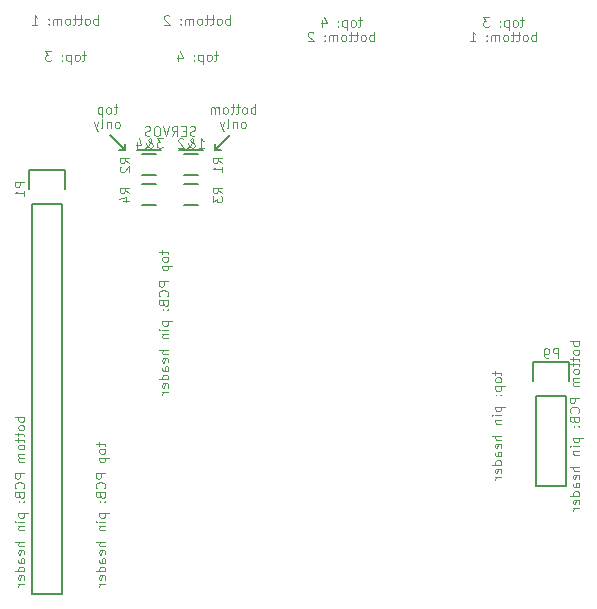
<source format=gbo>
G04 #@! TF.FileFunction,Legend,Bot*
%FSLAX46Y46*%
G04 Gerber Fmt 4.6, Leading zero omitted, Abs format (unit mm)*
G04 Created by KiCad (PCBNEW 4.0.0-2.201512091501+6195~38~ubuntu14.04.1-stable) date Wed 16 Dec 2015 16:04:53 GMT*
%MOMM*%
G01*
G04 APERTURE LIST*
%ADD10C,0.100000*%
%ADD11C,0.120000*%
%ADD12C,0.200000*%
%ADD13C,0.150000*%
G04 APERTURE END LIST*
D10*
D11*
X118592382Y-103968571D02*
X118287620Y-103968571D01*
X118478096Y-103701905D02*
X118478096Y-104387619D01*
X118440001Y-104463810D01*
X118363810Y-104501905D01*
X118287620Y-104501905D01*
X117906667Y-104501905D02*
X117982858Y-104463810D01*
X118020953Y-104425714D01*
X118059048Y-104349524D01*
X118059048Y-104120952D01*
X118020953Y-104044762D01*
X117982858Y-104006667D01*
X117906667Y-103968571D01*
X117792381Y-103968571D01*
X117716191Y-104006667D01*
X117678096Y-104044762D01*
X117640000Y-104120952D01*
X117640000Y-104349524D01*
X117678096Y-104425714D01*
X117716191Y-104463810D01*
X117792381Y-104501905D01*
X117906667Y-104501905D01*
X117297143Y-103968571D02*
X117297143Y-104768571D01*
X117297143Y-104006667D02*
X117220952Y-103968571D01*
X117068571Y-103968571D01*
X116992381Y-104006667D01*
X116954286Y-104044762D01*
X116916190Y-104120952D01*
X116916190Y-104349524D01*
X116954286Y-104425714D01*
X116992381Y-104463810D01*
X117068571Y-104501905D01*
X117220952Y-104501905D01*
X117297143Y-104463810D01*
X116573333Y-104425714D02*
X116535238Y-104463810D01*
X116573333Y-104501905D01*
X116611428Y-104463810D01*
X116573333Y-104425714D01*
X116573333Y-104501905D01*
X116573333Y-104006667D02*
X116535238Y-104044762D01*
X116573333Y-104082857D01*
X116611428Y-104044762D01*
X116573333Y-104006667D01*
X116573333Y-104082857D01*
X115240000Y-103968571D02*
X115240000Y-104501905D01*
X115430476Y-103663810D02*
X115620952Y-104235238D01*
X115125714Y-104235238D01*
X119601906Y-101453905D02*
X119601906Y-100653905D01*
X119601906Y-100958667D02*
X119525715Y-100920571D01*
X119373334Y-100920571D01*
X119297144Y-100958667D01*
X119259049Y-100996762D01*
X119220953Y-101072952D01*
X119220953Y-101301524D01*
X119259049Y-101377714D01*
X119297144Y-101415810D01*
X119373334Y-101453905D01*
X119525715Y-101453905D01*
X119601906Y-101415810D01*
X118763810Y-101453905D02*
X118840001Y-101415810D01*
X118878096Y-101377714D01*
X118916191Y-101301524D01*
X118916191Y-101072952D01*
X118878096Y-100996762D01*
X118840001Y-100958667D01*
X118763810Y-100920571D01*
X118649524Y-100920571D01*
X118573334Y-100958667D01*
X118535239Y-100996762D01*
X118497143Y-101072952D01*
X118497143Y-101301524D01*
X118535239Y-101377714D01*
X118573334Y-101415810D01*
X118649524Y-101453905D01*
X118763810Y-101453905D01*
X118268572Y-100920571D02*
X117963810Y-100920571D01*
X118154286Y-100653905D02*
X118154286Y-101339619D01*
X118116191Y-101415810D01*
X118040000Y-101453905D01*
X117963810Y-101453905D01*
X117811429Y-100920571D02*
X117506667Y-100920571D01*
X117697143Y-100653905D02*
X117697143Y-101339619D01*
X117659048Y-101415810D01*
X117582857Y-101453905D01*
X117506667Y-101453905D01*
X117125714Y-101453905D02*
X117201905Y-101415810D01*
X117240000Y-101377714D01*
X117278095Y-101301524D01*
X117278095Y-101072952D01*
X117240000Y-100996762D01*
X117201905Y-100958667D01*
X117125714Y-100920571D01*
X117011428Y-100920571D01*
X116935238Y-100958667D01*
X116897143Y-100996762D01*
X116859047Y-101072952D01*
X116859047Y-101301524D01*
X116897143Y-101377714D01*
X116935238Y-101415810D01*
X117011428Y-101453905D01*
X117125714Y-101453905D01*
X116516190Y-101453905D02*
X116516190Y-100920571D01*
X116516190Y-100996762D02*
X116478095Y-100958667D01*
X116401904Y-100920571D01*
X116287618Y-100920571D01*
X116211428Y-100958667D01*
X116173333Y-101034857D01*
X116173333Y-101453905D01*
X116173333Y-101034857D02*
X116135237Y-100958667D01*
X116059047Y-100920571D01*
X115944761Y-100920571D01*
X115868571Y-100958667D01*
X115830476Y-101034857D01*
X115830476Y-101453905D01*
X115449523Y-101377714D02*
X115411428Y-101415810D01*
X115449523Y-101453905D01*
X115487618Y-101415810D01*
X115449523Y-101377714D01*
X115449523Y-101453905D01*
X115449523Y-100958667D02*
X115411428Y-100996762D01*
X115449523Y-101034857D01*
X115487618Y-100996762D01*
X115449523Y-100958667D01*
X115449523Y-101034857D01*
X114497142Y-100730095D02*
X114459047Y-100692000D01*
X114382856Y-100653905D01*
X114192380Y-100653905D01*
X114116190Y-100692000D01*
X114078094Y-100730095D01*
X114039999Y-100806286D01*
X114039999Y-100882476D01*
X114078094Y-100996762D01*
X114535237Y-101453905D01*
X114039999Y-101453905D01*
X107416382Y-103968571D02*
X107111620Y-103968571D01*
X107302096Y-103701905D02*
X107302096Y-104387619D01*
X107264001Y-104463810D01*
X107187810Y-104501905D01*
X107111620Y-104501905D01*
X106730667Y-104501905D02*
X106806858Y-104463810D01*
X106844953Y-104425714D01*
X106883048Y-104349524D01*
X106883048Y-104120952D01*
X106844953Y-104044762D01*
X106806858Y-104006667D01*
X106730667Y-103968571D01*
X106616381Y-103968571D01*
X106540191Y-104006667D01*
X106502096Y-104044762D01*
X106464000Y-104120952D01*
X106464000Y-104349524D01*
X106502096Y-104425714D01*
X106540191Y-104463810D01*
X106616381Y-104501905D01*
X106730667Y-104501905D01*
X106121143Y-103968571D02*
X106121143Y-104768571D01*
X106121143Y-104006667D02*
X106044952Y-103968571D01*
X105892571Y-103968571D01*
X105816381Y-104006667D01*
X105778286Y-104044762D01*
X105740190Y-104120952D01*
X105740190Y-104349524D01*
X105778286Y-104425714D01*
X105816381Y-104463810D01*
X105892571Y-104501905D01*
X106044952Y-104501905D01*
X106121143Y-104463810D01*
X105397333Y-104425714D02*
X105359238Y-104463810D01*
X105397333Y-104501905D01*
X105435428Y-104463810D01*
X105397333Y-104425714D01*
X105397333Y-104501905D01*
X105397333Y-104006667D02*
X105359238Y-104044762D01*
X105397333Y-104082857D01*
X105435428Y-104044762D01*
X105397333Y-104006667D01*
X105397333Y-104082857D01*
X104483047Y-103701905D02*
X103987809Y-103701905D01*
X104254476Y-104006667D01*
X104140190Y-104006667D01*
X104064000Y-104044762D01*
X104025904Y-104082857D01*
X103987809Y-104159048D01*
X103987809Y-104349524D01*
X104025904Y-104425714D01*
X104064000Y-104463810D01*
X104140190Y-104501905D01*
X104368762Y-104501905D01*
X104444952Y-104463810D01*
X104483047Y-104425714D01*
X108425906Y-101453905D02*
X108425906Y-100653905D01*
X108425906Y-100958667D02*
X108349715Y-100920571D01*
X108197334Y-100920571D01*
X108121144Y-100958667D01*
X108083049Y-100996762D01*
X108044953Y-101072952D01*
X108044953Y-101301524D01*
X108083049Y-101377714D01*
X108121144Y-101415810D01*
X108197334Y-101453905D01*
X108349715Y-101453905D01*
X108425906Y-101415810D01*
X107587810Y-101453905D02*
X107664001Y-101415810D01*
X107702096Y-101377714D01*
X107740191Y-101301524D01*
X107740191Y-101072952D01*
X107702096Y-100996762D01*
X107664001Y-100958667D01*
X107587810Y-100920571D01*
X107473524Y-100920571D01*
X107397334Y-100958667D01*
X107359239Y-100996762D01*
X107321143Y-101072952D01*
X107321143Y-101301524D01*
X107359239Y-101377714D01*
X107397334Y-101415810D01*
X107473524Y-101453905D01*
X107587810Y-101453905D01*
X107092572Y-100920571D02*
X106787810Y-100920571D01*
X106978286Y-100653905D02*
X106978286Y-101339619D01*
X106940191Y-101415810D01*
X106864000Y-101453905D01*
X106787810Y-101453905D01*
X106635429Y-100920571D02*
X106330667Y-100920571D01*
X106521143Y-100653905D02*
X106521143Y-101339619D01*
X106483048Y-101415810D01*
X106406857Y-101453905D01*
X106330667Y-101453905D01*
X105949714Y-101453905D02*
X106025905Y-101415810D01*
X106064000Y-101377714D01*
X106102095Y-101301524D01*
X106102095Y-101072952D01*
X106064000Y-100996762D01*
X106025905Y-100958667D01*
X105949714Y-100920571D01*
X105835428Y-100920571D01*
X105759238Y-100958667D01*
X105721143Y-100996762D01*
X105683047Y-101072952D01*
X105683047Y-101301524D01*
X105721143Y-101377714D01*
X105759238Y-101415810D01*
X105835428Y-101453905D01*
X105949714Y-101453905D01*
X105340190Y-101453905D02*
X105340190Y-100920571D01*
X105340190Y-100996762D02*
X105302095Y-100958667D01*
X105225904Y-100920571D01*
X105111618Y-100920571D01*
X105035428Y-100958667D01*
X104997333Y-101034857D01*
X104997333Y-101453905D01*
X104997333Y-101034857D02*
X104959237Y-100958667D01*
X104883047Y-100920571D01*
X104768761Y-100920571D01*
X104692571Y-100958667D01*
X104654476Y-101034857D01*
X104654476Y-101453905D01*
X104273523Y-101377714D02*
X104235428Y-101415810D01*
X104273523Y-101453905D01*
X104311618Y-101415810D01*
X104273523Y-101377714D01*
X104273523Y-101453905D01*
X104273523Y-100958667D02*
X104235428Y-100996762D01*
X104273523Y-101034857D01*
X104311618Y-100996762D01*
X104273523Y-100958667D01*
X104273523Y-101034857D01*
X102863999Y-101453905D02*
X103321142Y-101453905D01*
X103092571Y-101453905D02*
X103092571Y-100653905D01*
X103168761Y-100768190D01*
X103244952Y-100844381D01*
X103321142Y-100882476D01*
X144500382Y-101062571D02*
X144195620Y-101062571D01*
X144386096Y-100795905D02*
X144386096Y-101481619D01*
X144348001Y-101557810D01*
X144271810Y-101595905D01*
X144195620Y-101595905D01*
X143814667Y-101595905D02*
X143890858Y-101557810D01*
X143928953Y-101519714D01*
X143967048Y-101443524D01*
X143967048Y-101214952D01*
X143928953Y-101138762D01*
X143890858Y-101100667D01*
X143814667Y-101062571D01*
X143700381Y-101062571D01*
X143624191Y-101100667D01*
X143586096Y-101138762D01*
X143548000Y-101214952D01*
X143548000Y-101443524D01*
X143586096Y-101519714D01*
X143624191Y-101557810D01*
X143700381Y-101595905D01*
X143814667Y-101595905D01*
X143205143Y-101062571D02*
X143205143Y-101862571D01*
X143205143Y-101100667D02*
X143128952Y-101062571D01*
X142976571Y-101062571D01*
X142900381Y-101100667D01*
X142862286Y-101138762D01*
X142824190Y-101214952D01*
X142824190Y-101443524D01*
X142862286Y-101519714D01*
X142900381Y-101557810D01*
X142976571Y-101595905D01*
X143128952Y-101595905D01*
X143205143Y-101557810D01*
X142481333Y-101519714D02*
X142443238Y-101557810D01*
X142481333Y-101595905D01*
X142519428Y-101557810D01*
X142481333Y-101519714D01*
X142481333Y-101595905D01*
X142481333Y-101100667D02*
X142443238Y-101138762D01*
X142481333Y-101176857D01*
X142519428Y-101138762D01*
X142481333Y-101100667D01*
X142481333Y-101176857D01*
X141567047Y-100795905D02*
X141071809Y-100795905D01*
X141338476Y-101100667D01*
X141224190Y-101100667D01*
X141148000Y-101138762D01*
X141109904Y-101176857D01*
X141071809Y-101253048D01*
X141071809Y-101443524D01*
X141109904Y-101519714D01*
X141148000Y-101557810D01*
X141224190Y-101595905D01*
X141452762Y-101595905D01*
X141528952Y-101557810D01*
X141567047Y-101519714D01*
X145509906Y-102835905D02*
X145509906Y-102035905D01*
X145509906Y-102340667D02*
X145433715Y-102302571D01*
X145281334Y-102302571D01*
X145205144Y-102340667D01*
X145167049Y-102378762D01*
X145128953Y-102454952D01*
X145128953Y-102683524D01*
X145167049Y-102759714D01*
X145205144Y-102797810D01*
X145281334Y-102835905D01*
X145433715Y-102835905D01*
X145509906Y-102797810D01*
X144671810Y-102835905D02*
X144748001Y-102797810D01*
X144786096Y-102759714D01*
X144824191Y-102683524D01*
X144824191Y-102454952D01*
X144786096Y-102378762D01*
X144748001Y-102340667D01*
X144671810Y-102302571D01*
X144557524Y-102302571D01*
X144481334Y-102340667D01*
X144443239Y-102378762D01*
X144405143Y-102454952D01*
X144405143Y-102683524D01*
X144443239Y-102759714D01*
X144481334Y-102797810D01*
X144557524Y-102835905D01*
X144671810Y-102835905D01*
X144176572Y-102302571D02*
X143871810Y-102302571D01*
X144062286Y-102035905D02*
X144062286Y-102721619D01*
X144024191Y-102797810D01*
X143948000Y-102835905D01*
X143871810Y-102835905D01*
X143719429Y-102302571D02*
X143414667Y-102302571D01*
X143605143Y-102035905D02*
X143605143Y-102721619D01*
X143567048Y-102797810D01*
X143490857Y-102835905D01*
X143414667Y-102835905D01*
X143033714Y-102835905D02*
X143109905Y-102797810D01*
X143148000Y-102759714D01*
X143186095Y-102683524D01*
X143186095Y-102454952D01*
X143148000Y-102378762D01*
X143109905Y-102340667D01*
X143033714Y-102302571D01*
X142919428Y-102302571D01*
X142843238Y-102340667D01*
X142805143Y-102378762D01*
X142767047Y-102454952D01*
X142767047Y-102683524D01*
X142805143Y-102759714D01*
X142843238Y-102797810D01*
X142919428Y-102835905D01*
X143033714Y-102835905D01*
X142424190Y-102835905D02*
X142424190Y-102302571D01*
X142424190Y-102378762D02*
X142386095Y-102340667D01*
X142309904Y-102302571D01*
X142195618Y-102302571D01*
X142119428Y-102340667D01*
X142081333Y-102416857D01*
X142081333Y-102835905D01*
X142081333Y-102416857D02*
X142043237Y-102340667D01*
X141967047Y-102302571D01*
X141852761Y-102302571D01*
X141776571Y-102340667D01*
X141738476Y-102416857D01*
X141738476Y-102835905D01*
X141357523Y-102759714D02*
X141319428Y-102797810D01*
X141357523Y-102835905D01*
X141395618Y-102797810D01*
X141357523Y-102759714D01*
X141357523Y-102835905D01*
X141357523Y-102340667D02*
X141319428Y-102378762D01*
X141357523Y-102416857D01*
X141395618Y-102378762D01*
X141357523Y-102340667D01*
X141357523Y-102416857D01*
X139947999Y-102835905D02*
X140405142Y-102835905D01*
X140176571Y-102835905D02*
X140176571Y-102035905D01*
X140252761Y-102150190D01*
X140328952Y-102226381D01*
X140405142Y-102264476D01*
X130784382Y-101062571D02*
X130479620Y-101062571D01*
X130670096Y-100795905D02*
X130670096Y-101481619D01*
X130632001Y-101557810D01*
X130555810Y-101595905D01*
X130479620Y-101595905D01*
X130098667Y-101595905D02*
X130174858Y-101557810D01*
X130212953Y-101519714D01*
X130251048Y-101443524D01*
X130251048Y-101214952D01*
X130212953Y-101138762D01*
X130174858Y-101100667D01*
X130098667Y-101062571D01*
X129984381Y-101062571D01*
X129908191Y-101100667D01*
X129870096Y-101138762D01*
X129832000Y-101214952D01*
X129832000Y-101443524D01*
X129870096Y-101519714D01*
X129908191Y-101557810D01*
X129984381Y-101595905D01*
X130098667Y-101595905D01*
X129489143Y-101062571D02*
X129489143Y-101862571D01*
X129489143Y-101100667D02*
X129412952Y-101062571D01*
X129260571Y-101062571D01*
X129184381Y-101100667D01*
X129146286Y-101138762D01*
X129108190Y-101214952D01*
X129108190Y-101443524D01*
X129146286Y-101519714D01*
X129184381Y-101557810D01*
X129260571Y-101595905D01*
X129412952Y-101595905D01*
X129489143Y-101557810D01*
X128765333Y-101519714D02*
X128727238Y-101557810D01*
X128765333Y-101595905D01*
X128803428Y-101557810D01*
X128765333Y-101519714D01*
X128765333Y-101595905D01*
X128765333Y-101100667D02*
X128727238Y-101138762D01*
X128765333Y-101176857D01*
X128803428Y-101138762D01*
X128765333Y-101100667D01*
X128765333Y-101176857D01*
X127432000Y-101062571D02*
X127432000Y-101595905D01*
X127622476Y-100757810D02*
X127812952Y-101329238D01*
X127317714Y-101329238D01*
X131793906Y-102835905D02*
X131793906Y-102035905D01*
X131793906Y-102340667D02*
X131717715Y-102302571D01*
X131565334Y-102302571D01*
X131489144Y-102340667D01*
X131451049Y-102378762D01*
X131412953Y-102454952D01*
X131412953Y-102683524D01*
X131451049Y-102759714D01*
X131489144Y-102797810D01*
X131565334Y-102835905D01*
X131717715Y-102835905D01*
X131793906Y-102797810D01*
X130955810Y-102835905D02*
X131032001Y-102797810D01*
X131070096Y-102759714D01*
X131108191Y-102683524D01*
X131108191Y-102454952D01*
X131070096Y-102378762D01*
X131032001Y-102340667D01*
X130955810Y-102302571D01*
X130841524Y-102302571D01*
X130765334Y-102340667D01*
X130727239Y-102378762D01*
X130689143Y-102454952D01*
X130689143Y-102683524D01*
X130727239Y-102759714D01*
X130765334Y-102797810D01*
X130841524Y-102835905D01*
X130955810Y-102835905D01*
X130460572Y-102302571D02*
X130155810Y-102302571D01*
X130346286Y-102035905D02*
X130346286Y-102721619D01*
X130308191Y-102797810D01*
X130232000Y-102835905D01*
X130155810Y-102835905D01*
X130003429Y-102302571D02*
X129698667Y-102302571D01*
X129889143Y-102035905D02*
X129889143Y-102721619D01*
X129851048Y-102797810D01*
X129774857Y-102835905D01*
X129698667Y-102835905D01*
X129317714Y-102835905D02*
X129393905Y-102797810D01*
X129432000Y-102759714D01*
X129470095Y-102683524D01*
X129470095Y-102454952D01*
X129432000Y-102378762D01*
X129393905Y-102340667D01*
X129317714Y-102302571D01*
X129203428Y-102302571D01*
X129127238Y-102340667D01*
X129089143Y-102378762D01*
X129051047Y-102454952D01*
X129051047Y-102683524D01*
X129089143Y-102759714D01*
X129127238Y-102797810D01*
X129203428Y-102835905D01*
X129317714Y-102835905D01*
X128708190Y-102835905D02*
X128708190Y-102302571D01*
X128708190Y-102378762D02*
X128670095Y-102340667D01*
X128593904Y-102302571D01*
X128479618Y-102302571D01*
X128403428Y-102340667D01*
X128365333Y-102416857D01*
X128365333Y-102835905D01*
X128365333Y-102416857D02*
X128327237Y-102340667D01*
X128251047Y-102302571D01*
X128136761Y-102302571D01*
X128060571Y-102340667D01*
X128022476Y-102416857D01*
X128022476Y-102835905D01*
X127641523Y-102759714D02*
X127603428Y-102797810D01*
X127641523Y-102835905D01*
X127679618Y-102797810D01*
X127641523Y-102759714D01*
X127641523Y-102835905D01*
X127641523Y-102340667D02*
X127603428Y-102378762D01*
X127641523Y-102416857D01*
X127679618Y-102378762D01*
X127641523Y-102340667D01*
X127641523Y-102416857D01*
X126689142Y-102112095D02*
X126651047Y-102074000D01*
X126574856Y-102035905D01*
X126384380Y-102035905D01*
X126308190Y-102074000D01*
X126270094Y-102112095D01*
X126231999Y-102188286D01*
X126231999Y-102264476D01*
X126270094Y-102378762D01*
X126727237Y-102835905D01*
X126231999Y-102835905D01*
X142068571Y-130772475D02*
X142068571Y-131077237D01*
X141801905Y-130886761D02*
X142487619Y-130886761D01*
X142563810Y-130924856D01*
X142601905Y-131001047D01*
X142601905Y-131077237D01*
X142601905Y-131458190D02*
X142563810Y-131381999D01*
X142525714Y-131343904D01*
X142449524Y-131305809D01*
X142220952Y-131305809D01*
X142144762Y-131343904D01*
X142106667Y-131381999D01*
X142068571Y-131458190D01*
X142068571Y-131572476D01*
X142106667Y-131648666D01*
X142144762Y-131686761D01*
X142220952Y-131724857D01*
X142449524Y-131724857D01*
X142525714Y-131686761D01*
X142563810Y-131648666D01*
X142601905Y-131572476D01*
X142601905Y-131458190D01*
X142068571Y-132067714D02*
X142868571Y-132067714D01*
X142106667Y-132067714D02*
X142068571Y-132143905D01*
X142068571Y-132296286D01*
X142106667Y-132372476D01*
X142144762Y-132410571D01*
X142220952Y-132448667D01*
X142449524Y-132448667D01*
X142525714Y-132410571D01*
X142563810Y-132372476D01*
X142601905Y-132296286D01*
X142601905Y-132143905D01*
X142563810Y-132067714D01*
X142525714Y-132791524D02*
X142563810Y-132829619D01*
X142601905Y-132791524D01*
X142563810Y-132753429D01*
X142525714Y-132791524D01*
X142601905Y-132791524D01*
X142106667Y-132791524D02*
X142144762Y-132829619D01*
X142182857Y-132791524D01*
X142144762Y-132753429D01*
X142106667Y-132791524D01*
X142182857Y-132791524D01*
X142068571Y-133782000D02*
X142868571Y-133782000D01*
X142106667Y-133782000D02*
X142068571Y-133858191D01*
X142068571Y-134010572D01*
X142106667Y-134086762D01*
X142144762Y-134124857D01*
X142220952Y-134162953D01*
X142449524Y-134162953D01*
X142525714Y-134124857D01*
X142563810Y-134086762D01*
X142601905Y-134010572D01*
X142601905Y-133858191D01*
X142563810Y-133782000D01*
X142601905Y-134505810D02*
X142068571Y-134505810D01*
X141801905Y-134505810D02*
X141840000Y-134467715D01*
X141878095Y-134505810D01*
X141840000Y-134543905D01*
X141801905Y-134505810D01*
X141878095Y-134505810D01*
X142068571Y-134886762D02*
X142601905Y-134886762D01*
X142144762Y-134886762D02*
X142106667Y-134924857D01*
X142068571Y-135001048D01*
X142068571Y-135115334D01*
X142106667Y-135191524D01*
X142182857Y-135229619D01*
X142601905Y-135229619D01*
X142601905Y-136220096D02*
X141801905Y-136220096D01*
X142601905Y-136562953D02*
X142182857Y-136562953D01*
X142106667Y-136524858D01*
X142068571Y-136448668D01*
X142068571Y-136334382D01*
X142106667Y-136258191D01*
X142144762Y-136220096D01*
X142563810Y-137248668D02*
X142601905Y-137172478D01*
X142601905Y-137020097D01*
X142563810Y-136943906D01*
X142487619Y-136905811D01*
X142182857Y-136905811D01*
X142106667Y-136943906D01*
X142068571Y-137020097D01*
X142068571Y-137172478D01*
X142106667Y-137248668D01*
X142182857Y-137286763D01*
X142259048Y-137286763D01*
X142335238Y-136905811D01*
X142601905Y-137972477D02*
X142182857Y-137972477D01*
X142106667Y-137934382D01*
X142068571Y-137858192D01*
X142068571Y-137705811D01*
X142106667Y-137629620D01*
X142563810Y-137972477D02*
X142601905Y-137896287D01*
X142601905Y-137705811D01*
X142563810Y-137629620D01*
X142487619Y-137591525D01*
X142411429Y-137591525D01*
X142335238Y-137629620D01*
X142297143Y-137705811D01*
X142297143Y-137896287D01*
X142259048Y-137972477D01*
X142601905Y-138696287D02*
X141801905Y-138696287D01*
X142563810Y-138696287D02*
X142601905Y-138620097D01*
X142601905Y-138467716D01*
X142563810Y-138391525D01*
X142525714Y-138353430D01*
X142449524Y-138315335D01*
X142220952Y-138315335D01*
X142144762Y-138353430D01*
X142106667Y-138391525D01*
X142068571Y-138467716D01*
X142068571Y-138620097D01*
X142106667Y-138696287D01*
X142563810Y-139382002D02*
X142601905Y-139305812D01*
X142601905Y-139153431D01*
X142563810Y-139077240D01*
X142487619Y-139039145D01*
X142182857Y-139039145D01*
X142106667Y-139077240D01*
X142068571Y-139153431D01*
X142068571Y-139305812D01*
X142106667Y-139382002D01*
X142182857Y-139420097D01*
X142259048Y-139420097D01*
X142335238Y-139039145D01*
X142601905Y-139762954D02*
X142068571Y-139762954D01*
X142220952Y-139762954D02*
X142144762Y-139801049D01*
X142106667Y-139839145D01*
X142068571Y-139915335D01*
X142068571Y-139991526D01*
X149205905Y-128258189D02*
X148405905Y-128258189D01*
X148710667Y-128258189D02*
X148672571Y-128334380D01*
X148672571Y-128486761D01*
X148710667Y-128562951D01*
X148748762Y-128601046D01*
X148824952Y-128639142D01*
X149053524Y-128639142D01*
X149129714Y-128601046D01*
X149167810Y-128562951D01*
X149205905Y-128486761D01*
X149205905Y-128334380D01*
X149167810Y-128258189D01*
X149205905Y-129096285D02*
X149167810Y-129020094D01*
X149129714Y-128981999D01*
X149053524Y-128943904D01*
X148824952Y-128943904D01*
X148748762Y-128981999D01*
X148710667Y-129020094D01*
X148672571Y-129096285D01*
X148672571Y-129210571D01*
X148710667Y-129286761D01*
X148748762Y-129324856D01*
X148824952Y-129362952D01*
X149053524Y-129362952D01*
X149129714Y-129324856D01*
X149167810Y-129286761D01*
X149205905Y-129210571D01*
X149205905Y-129096285D01*
X148672571Y-129591523D02*
X148672571Y-129896285D01*
X148405905Y-129705809D02*
X149091619Y-129705809D01*
X149167810Y-129743904D01*
X149205905Y-129820095D01*
X149205905Y-129896285D01*
X148672571Y-130048666D02*
X148672571Y-130353428D01*
X148405905Y-130162952D02*
X149091619Y-130162952D01*
X149167810Y-130201047D01*
X149205905Y-130277238D01*
X149205905Y-130353428D01*
X149205905Y-130734381D02*
X149167810Y-130658190D01*
X149129714Y-130620095D01*
X149053524Y-130582000D01*
X148824952Y-130582000D01*
X148748762Y-130620095D01*
X148710667Y-130658190D01*
X148672571Y-130734381D01*
X148672571Y-130848667D01*
X148710667Y-130924857D01*
X148748762Y-130962952D01*
X148824952Y-131001048D01*
X149053524Y-131001048D01*
X149129714Y-130962952D01*
X149167810Y-130924857D01*
X149205905Y-130848667D01*
X149205905Y-130734381D01*
X149205905Y-131343905D02*
X148672571Y-131343905D01*
X148748762Y-131343905D02*
X148710667Y-131382000D01*
X148672571Y-131458191D01*
X148672571Y-131572477D01*
X148710667Y-131648667D01*
X148786857Y-131686762D01*
X149205905Y-131686762D01*
X148786857Y-131686762D02*
X148710667Y-131724858D01*
X148672571Y-131801048D01*
X148672571Y-131915334D01*
X148710667Y-131991524D01*
X148786857Y-132029619D01*
X149205905Y-132029619D01*
X149205905Y-133020096D02*
X148405905Y-133020096D01*
X148405905Y-133324858D01*
X148444000Y-133401049D01*
X148482095Y-133439144D01*
X148558286Y-133477239D01*
X148672571Y-133477239D01*
X148748762Y-133439144D01*
X148786857Y-133401049D01*
X148824952Y-133324858D01*
X148824952Y-133020096D01*
X149129714Y-134277239D02*
X149167810Y-134239144D01*
X149205905Y-134124858D01*
X149205905Y-134048668D01*
X149167810Y-133934382D01*
X149091619Y-133858191D01*
X149015429Y-133820096D01*
X148863048Y-133782001D01*
X148748762Y-133782001D01*
X148596381Y-133820096D01*
X148520190Y-133858191D01*
X148444000Y-133934382D01*
X148405905Y-134048668D01*
X148405905Y-134124858D01*
X148444000Y-134239144D01*
X148482095Y-134277239D01*
X148786857Y-134886763D02*
X148824952Y-135001049D01*
X148863048Y-135039144D01*
X148939238Y-135077239D01*
X149053524Y-135077239D01*
X149129714Y-135039144D01*
X149167810Y-135001049D01*
X149205905Y-134924858D01*
X149205905Y-134620096D01*
X148405905Y-134620096D01*
X148405905Y-134886763D01*
X148444000Y-134962953D01*
X148482095Y-135001049D01*
X148558286Y-135039144D01*
X148634476Y-135039144D01*
X148710667Y-135001049D01*
X148748762Y-134962953D01*
X148786857Y-134886763D01*
X148786857Y-134620096D01*
X149129714Y-135420096D02*
X149167810Y-135458191D01*
X149205905Y-135420096D01*
X149167810Y-135382001D01*
X149129714Y-135420096D01*
X149205905Y-135420096D01*
X148710667Y-135420096D02*
X148748762Y-135458191D01*
X148786857Y-135420096D01*
X148748762Y-135382001D01*
X148710667Y-135420096D01*
X148786857Y-135420096D01*
X148672571Y-136410572D02*
X149472571Y-136410572D01*
X148710667Y-136410572D02*
X148672571Y-136486763D01*
X148672571Y-136639144D01*
X148710667Y-136715334D01*
X148748762Y-136753429D01*
X148824952Y-136791525D01*
X149053524Y-136791525D01*
X149129714Y-136753429D01*
X149167810Y-136715334D01*
X149205905Y-136639144D01*
X149205905Y-136486763D01*
X149167810Y-136410572D01*
X149205905Y-137134382D02*
X148672571Y-137134382D01*
X148405905Y-137134382D02*
X148444000Y-137096287D01*
X148482095Y-137134382D01*
X148444000Y-137172477D01*
X148405905Y-137134382D01*
X148482095Y-137134382D01*
X148672571Y-137515334D02*
X149205905Y-137515334D01*
X148748762Y-137515334D02*
X148710667Y-137553429D01*
X148672571Y-137629620D01*
X148672571Y-137743906D01*
X148710667Y-137820096D01*
X148786857Y-137858191D01*
X149205905Y-137858191D01*
X149205905Y-138848668D02*
X148405905Y-138848668D01*
X149205905Y-139191525D02*
X148786857Y-139191525D01*
X148710667Y-139153430D01*
X148672571Y-139077240D01*
X148672571Y-138962954D01*
X148710667Y-138886763D01*
X148748762Y-138848668D01*
X149167810Y-139877240D02*
X149205905Y-139801050D01*
X149205905Y-139648669D01*
X149167810Y-139572478D01*
X149091619Y-139534383D01*
X148786857Y-139534383D01*
X148710667Y-139572478D01*
X148672571Y-139648669D01*
X148672571Y-139801050D01*
X148710667Y-139877240D01*
X148786857Y-139915335D01*
X148863048Y-139915335D01*
X148939238Y-139534383D01*
X149205905Y-140601049D02*
X148786857Y-140601049D01*
X148710667Y-140562954D01*
X148672571Y-140486764D01*
X148672571Y-140334383D01*
X148710667Y-140258192D01*
X149167810Y-140601049D02*
X149205905Y-140524859D01*
X149205905Y-140334383D01*
X149167810Y-140258192D01*
X149091619Y-140220097D01*
X149015429Y-140220097D01*
X148939238Y-140258192D01*
X148901143Y-140334383D01*
X148901143Y-140524859D01*
X148863048Y-140601049D01*
X149205905Y-141324859D02*
X148405905Y-141324859D01*
X149167810Y-141324859D02*
X149205905Y-141248669D01*
X149205905Y-141096288D01*
X149167810Y-141020097D01*
X149129714Y-140982002D01*
X149053524Y-140943907D01*
X148824952Y-140943907D01*
X148748762Y-140982002D01*
X148710667Y-141020097D01*
X148672571Y-141096288D01*
X148672571Y-141248669D01*
X148710667Y-141324859D01*
X149167810Y-142010574D02*
X149205905Y-141934384D01*
X149205905Y-141782003D01*
X149167810Y-141705812D01*
X149091619Y-141667717D01*
X148786857Y-141667717D01*
X148710667Y-141705812D01*
X148672571Y-141782003D01*
X148672571Y-141934384D01*
X148710667Y-142010574D01*
X148786857Y-142048669D01*
X148863048Y-142048669D01*
X148939238Y-141667717D01*
X149205905Y-142391526D02*
X148672571Y-142391526D01*
X148824952Y-142391526D02*
X148748762Y-142429621D01*
X148710667Y-142467717D01*
X148672571Y-142543907D01*
X148672571Y-142620098D01*
X113874571Y-120537235D02*
X113874571Y-120841997D01*
X113607905Y-120651521D02*
X114293619Y-120651521D01*
X114369810Y-120689616D01*
X114407905Y-120765807D01*
X114407905Y-120841997D01*
X114407905Y-121222950D02*
X114369810Y-121146759D01*
X114331714Y-121108664D01*
X114255524Y-121070569D01*
X114026952Y-121070569D01*
X113950762Y-121108664D01*
X113912667Y-121146759D01*
X113874571Y-121222950D01*
X113874571Y-121337236D01*
X113912667Y-121413426D01*
X113950762Y-121451521D01*
X114026952Y-121489617D01*
X114255524Y-121489617D01*
X114331714Y-121451521D01*
X114369810Y-121413426D01*
X114407905Y-121337236D01*
X114407905Y-121222950D01*
X113874571Y-121832474D02*
X114674571Y-121832474D01*
X113912667Y-121832474D02*
X113874571Y-121908665D01*
X113874571Y-122061046D01*
X113912667Y-122137236D01*
X113950762Y-122175331D01*
X114026952Y-122213427D01*
X114255524Y-122213427D01*
X114331714Y-122175331D01*
X114369810Y-122137236D01*
X114407905Y-122061046D01*
X114407905Y-121908665D01*
X114369810Y-121832474D01*
X114407905Y-123165808D02*
X113607905Y-123165808D01*
X113607905Y-123470570D01*
X113646000Y-123546761D01*
X113684095Y-123584856D01*
X113760286Y-123622951D01*
X113874571Y-123622951D01*
X113950762Y-123584856D01*
X113988857Y-123546761D01*
X114026952Y-123470570D01*
X114026952Y-123165808D01*
X114331714Y-124422951D02*
X114369810Y-124384856D01*
X114407905Y-124270570D01*
X114407905Y-124194380D01*
X114369810Y-124080094D01*
X114293619Y-124003903D01*
X114217429Y-123965808D01*
X114065048Y-123927713D01*
X113950762Y-123927713D01*
X113798381Y-123965808D01*
X113722190Y-124003903D01*
X113646000Y-124080094D01*
X113607905Y-124194380D01*
X113607905Y-124270570D01*
X113646000Y-124384856D01*
X113684095Y-124422951D01*
X113988857Y-125032475D02*
X114026952Y-125146761D01*
X114065048Y-125184856D01*
X114141238Y-125222951D01*
X114255524Y-125222951D01*
X114331714Y-125184856D01*
X114369810Y-125146761D01*
X114407905Y-125070570D01*
X114407905Y-124765808D01*
X113607905Y-124765808D01*
X113607905Y-125032475D01*
X113646000Y-125108665D01*
X113684095Y-125146761D01*
X113760286Y-125184856D01*
X113836476Y-125184856D01*
X113912667Y-125146761D01*
X113950762Y-125108665D01*
X113988857Y-125032475D01*
X113988857Y-124765808D01*
X114331714Y-125565808D02*
X114369810Y-125603903D01*
X114407905Y-125565808D01*
X114369810Y-125527713D01*
X114331714Y-125565808D01*
X114407905Y-125565808D01*
X113912667Y-125565808D02*
X113950762Y-125603903D01*
X113988857Y-125565808D01*
X113950762Y-125527713D01*
X113912667Y-125565808D01*
X113988857Y-125565808D01*
X113874571Y-126556284D02*
X114674571Y-126556284D01*
X113912667Y-126556284D02*
X113874571Y-126632475D01*
X113874571Y-126784856D01*
X113912667Y-126861046D01*
X113950762Y-126899141D01*
X114026952Y-126937237D01*
X114255524Y-126937237D01*
X114331714Y-126899141D01*
X114369810Y-126861046D01*
X114407905Y-126784856D01*
X114407905Y-126632475D01*
X114369810Y-126556284D01*
X114407905Y-127280094D02*
X113874571Y-127280094D01*
X113607905Y-127280094D02*
X113646000Y-127241999D01*
X113684095Y-127280094D01*
X113646000Y-127318189D01*
X113607905Y-127280094D01*
X113684095Y-127280094D01*
X113874571Y-127661046D02*
X114407905Y-127661046D01*
X113950762Y-127661046D02*
X113912667Y-127699141D01*
X113874571Y-127775332D01*
X113874571Y-127889618D01*
X113912667Y-127965808D01*
X113988857Y-128003903D01*
X114407905Y-128003903D01*
X114407905Y-128994380D02*
X113607905Y-128994380D01*
X114407905Y-129337237D02*
X113988857Y-129337237D01*
X113912667Y-129299142D01*
X113874571Y-129222952D01*
X113874571Y-129108666D01*
X113912667Y-129032475D01*
X113950762Y-128994380D01*
X114369810Y-130022952D02*
X114407905Y-129946762D01*
X114407905Y-129794381D01*
X114369810Y-129718190D01*
X114293619Y-129680095D01*
X113988857Y-129680095D01*
X113912667Y-129718190D01*
X113874571Y-129794381D01*
X113874571Y-129946762D01*
X113912667Y-130022952D01*
X113988857Y-130061047D01*
X114065048Y-130061047D01*
X114141238Y-129680095D01*
X114407905Y-130746761D02*
X113988857Y-130746761D01*
X113912667Y-130708666D01*
X113874571Y-130632476D01*
X113874571Y-130480095D01*
X113912667Y-130403904D01*
X114369810Y-130746761D02*
X114407905Y-130670571D01*
X114407905Y-130480095D01*
X114369810Y-130403904D01*
X114293619Y-130365809D01*
X114217429Y-130365809D01*
X114141238Y-130403904D01*
X114103143Y-130480095D01*
X114103143Y-130670571D01*
X114065048Y-130746761D01*
X114407905Y-131470571D02*
X113607905Y-131470571D01*
X114369810Y-131470571D02*
X114407905Y-131394381D01*
X114407905Y-131242000D01*
X114369810Y-131165809D01*
X114331714Y-131127714D01*
X114255524Y-131089619D01*
X114026952Y-131089619D01*
X113950762Y-131127714D01*
X113912667Y-131165809D01*
X113874571Y-131242000D01*
X113874571Y-131394381D01*
X113912667Y-131470571D01*
X114369810Y-132156286D02*
X114407905Y-132080096D01*
X114407905Y-131927715D01*
X114369810Y-131851524D01*
X114293619Y-131813429D01*
X113988857Y-131813429D01*
X113912667Y-131851524D01*
X113874571Y-131927715D01*
X113874571Y-132080096D01*
X113912667Y-132156286D01*
X113988857Y-132194381D01*
X114065048Y-132194381D01*
X114141238Y-131813429D01*
X114407905Y-132537238D02*
X113874571Y-132537238D01*
X114026952Y-132537238D02*
X113950762Y-132575333D01*
X113912667Y-132613429D01*
X113874571Y-132689619D01*
X113874571Y-132765810D01*
X102215905Y-134659901D02*
X101415905Y-134659901D01*
X101720667Y-134659901D02*
X101682571Y-134736092D01*
X101682571Y-134888473D01*
X101720667Y-134964663D01*
X101758762Y-135002758D01*
X101834952Y-135040854D01*
X102063524Y-135040854D01*
X102139714Y-135002758D01*
X102177810Y-134964663D01*
X102215905Y-134888473D01*
X102215905Y-134736092D01*
X102177810Y-134659901D01*
X102215905Y-135497997D02*
X102177810Y-135421806D01*
X102139714Y-135383711D01*
X102063524Y-135345616D01*
X101834952Y-135345616D01*
X101758762Y-135383711D01*
X101720667Y-135421806D01*
X101682571Y-135497997D01*
X101682571Y-135612283D01*
X101720667Y-135688473D01*
X101758762Y-135726568D01*
X101834952Y-135764664D01*
X102063524Y-135764664D01*
X102139714Y-135726568D01*
X102177810Y-135688473D01*
X102215905Y-135612283D01*
X102215905Y-135497997D01*
X101682571Y-135993235D02*
X101682571Y-136297997D01*
X101415905Y-136107521D02*
X102101619Y-136107521D01*
X102177810Y-136145616D01*
X102215905Y-136221807D01*
X102215905Y-136297997D01*
X101682571Y-136450378D02*
X101682571Y-136755140D01*
X101415905Y-136564664D02*
X102101619Y-136564664D01*
X102177810Y-136602759D01*
X102215905Y-136678950D01*
X102215905Y-136755140D01*
X102215905Y-137136093D02*
X102177810Y-137059902D01*
X102139714Y-137021807D01*
X102063524Y-136983712D01*
X101834952Y-136983712D01*
X101758762Y-137021807D01*
X101720667Y-137059902D01*
X101682571Y-137136093D01*
X101682571Y-137250379D01*
X101720667Y-137326569D01*
X101758762Y-137364664D01*
X101834952Y-137402760D01*
X102063524Y-137402760D01*
X102139714Y-137364664D01*
X102177810Y-137326569D01*
X102215905Y-137250379D01*
X102215905Y-137136093D01*
X102215905Y-137745617D02*
X101682571Y-137745617D01*
X101758762Y-137745617D02*
X101720667Y-137783712D01*
X101682571Y-137859903D01*
X101682571Y-137974189D01*
X101720667Y-138050379D01*
X101796857Y-138088474D01*
X102215905Y-138088474D01*
X101796857Y-138088474D02*
X101720667Y-138126570D01*
X101682571Y-138202760D01*
X101682571Y-138317046D01*
X101720667Y-138393236D01*
X101796857Y-138431331D01*
X102215905Y-138431331D01*
X102215905Y-139421808D02*
X101415905Y-139421808D01*
X101415905Y-139726570D01*
X101454000Y-139802761D01*
X101492095Y-139840856D01*
X101568286Y-139878951D01*
X101682571Y-139878951D01*
X101758762Y-139840856D01*
X101796857Y-139802761D01*
X101834952Y-139726570D01*
X101834952Y-139421808D01*
X102139714Y-140678951D02*
X102177810Y-140640856D01*
X102215905Y-140526570D01*
X102215905Y-140450380D01*
X102177810Y-140336094D01*
X102101619Y-140259903D01*
X102025429Y-140221808D01*
X101873048Y-140183713D01*
X101758762Y-140183713D01*
X101606381Y-140221808D01*
X101530190Y-140259903D01*
X101454000Y-140336094D01*
X101415905Y-140450380D01*
X101415905Y-140526570D01*
X101454000Y-140640856D01*
X101492095Y-140678951D01*
X101796857Y-141288475D02*
X101834952Y-141402761D01*
X101873048Y-141440856D01*
X101949238Y-141478951D01*
X102063524Y-141478951D01*
X102139714Y-141440856D01*
X102177810Y-141402761D01*
X102215905Y-141326570D01*
X102215905Y-141021808D01*
X101415905Y-141021808D01*
X101415905Y-141288475D01*
X101454000Y-141364665D01*
X101492095Y-141402761D01*
X101568286Y-141440856D01*
X101644476Y-141440856D01*
X101720667Y-141402761D01*
X101758762Y-141364665D01*
X101796857Y-141288475D01*
X101796857Y-141021808D01*
X102139714Y-141821808D02*
X102177810Y-141859903D01*
X102215905Y-141821808D01*
X102177810Y-141783713D01*
X102139714Y-141821808D01*
X102215905Y-141821808D01*
X101720667Y-141821808D02*
X101758762Y-141859903D01*
X101796857Y-141821808D01*
X101758762Y-141783713D01*
X101720667Y-141821808D01*
X101796857Y-141821808D01*
X101682571Y-142812284D02*
X102482571Y-142812284D01*
X101720667Y-142812284D02*
X101682571Y-142888475D01*
X101682571Y-143040856D01*
X101720667Y-143117046D01*
X101758762Y-143155141D01*
X101834952Y-143193237D01*
X102063524Y-143193237D01*
X102139714Y-143155141D01*
X102177810Y-143117046D01*
X102215905Y-143040856D01*
X102215905Y-142888475D01*
X102177810Y-142812284D01*
X102215905Y-143536094D02*
X101682571Y-143536094D01*
X101415905Y-143536094D02*
X101454000Y-143497999D01*
X101492095Y-143536094D01*
X101454000Y-143574189D01*
X101415905Y-143536094D01*
X101492095Y-143536094D01*
X101682571Y-143917046D02*
X102215905Y-143917046D01*
X101758762Y-143917046D02*
X101720667Y-143955141D01*
X101682571Y-144031332D01*
X101682571Y-144145618D01*
X101720667Y-144221808D01*
X101796857Y-144259903D01*
X102215905Y-144259903D01*
X102215905Y-145250380D02*
X101415905Y-145250380D01*
X102215905Y-145593237D02*
X101796857Y-145593237D01*
X101720667Y-145555142D01*
X101682571Y-145478952D01*
X101682571Y-145364666D01*
X101720667Y-145288475D01*
X101758762Y-145250380D01*
X102177810Y-146278952D02*
X102215905Y-146202762D01*
X102215905Y-146050381D01*
X102177810Y-145974190D01*
X102101619Y-145936095D01*
X101796857Y-145936095D01*
X101720667Y-145974190D01*
X101682571Y-146050381D01*
X101682571Y-146202762D01*
X101720667Y-146278952D01*
X101796857Y-146317047D01*
X101873048Y-146317047D01*
X101949238Y-145936095D01*
X102215905Y-147002761D02*
X101796857Y-147002761D01*
X101720667Y-146964666D01*
X101682571Y-146888476D01*
X101682571Y-146736095D01*
X101720667Y-146659904D01*
X102177810Y-147002761D02*
X102215905Y-146926571D01*
X102215905Y-146736095D01*
X102177810Y-146659904D01*
X102101619Y-146621809D01*
X102025429Y-146621809D01*
X101949238Y-146659904D01*
X101911143Y-146736095D01*
X101911143Y-146926571D01*
X101873048Y-147002761D01*
X102215905Y-147726571D02*
X101415905Y-147726571D01*
X102177810Y-147726571D02*
X102215905Y-147650381D01*
X102215905Y-147498000D01*
X102177810Y-147421809D01*
X102139714Y-147383714D01*
X102063524Y-147345619D01*
X101834952Y-147345619D01*
X101758762Y-147383714D01*
X101720667Y-147421809D01*
X101682571Y-147498000D01*
X101682571Y-147650381D01*
X101720667Y-147726571D01*
X102177810Y-148412286D02*
X102215905Y-148336096D01*
X102215905Y-148183715D01*
X102177810Y-148107524D01*
X102101619Y-148069429D01*
X101796857Y-148069429D01*
X101720667Y-148107524D01*
X101682571Y-148183715D01*
X101682571Y-148336096D01*
X101720667Y-148412286D01*
X101796857Y-148450381D01*
X101873048Y-148450381D01*
X101949238Y-148069429D01*
X102215905Y-148793238D02*
X101682571Y-148793238D01*
X101834952Y-148793238D02*
X101758762Y-148831333D01*
X101720667Y-148869429D01*
X101682571Y-148945619D01*
X101682571Y-149021810D01*
X108540571Y-136793235D02*
X108540571Y-137097997D01*
X108273905Y-136907521D02*
X108959619Y-136907521D01*
X109035810Y-136945616D01*
X109073905Y-137021807D01*
X109073905Y-137097997D01*
X109073905Y-137478950D02*
X109035810Y-137402759D01*
X108997714Y-137364664D01*
X108921524Y-137326569D01*
X108692952Y-137326569D01*
X108616762Y-137364664D01*
X108578667Y-137402759D01*
X108540571Y-137478950D01*
X108540571Y-137593236D01*
X108578667Y-137669426D01*
X108616762Y-137707521D01*
X108692952Y-137745617D01*
X108921524Y-137745617D01*
X108997714Y-137707521D01*
X109035810Y-137669426D01*
X109073905Y-137593236D01*
X109073905Y-137478950D01*
X108540571Y-138088474D02*
X109340571Y-138088474D01*
X108578667Y-138088474D02*
X108540571Y-138164665D01*
X108540571Y-138317046D01*
X108578667Y-138393236D01*
X108616762Y-138431331D01*
X108692952Y-138469427D01*
X108921524Y-138469427D01*
X108997714Y-138431331D01*
X109035810Y-138393236D01*
X109073905Y-138317046D01*
X109073905Y-138164665D01*
X109035810Y-138088474D01*
X109073905Y-139421808D02*
X108273905Y-139421808D01*
X108273905Y-139726570D01*
X108312000Y-139802761D01*
X108350095Y-139840856D01*
X108426286Y-139878951D01*
X108540571Y-139878951D01*
X108616762Y-139840856D01*
X108654857Y-139802761D01*
X108692952Y-139726570D01*
X108692952Y-139421808D01*
X108997714Y-140678951D02*
X109035810Y-140640856D01*
X109073905Y-140526570D01*
X109073905Y-140450380D01*
X109035810Y-140336094D01*
X108959619Y-140259903D01*
X108883429Y-140221808D01*
X108731048Y-140183713D01*
X108616762Y-140183713D01*
X108464381Y-140221808D01*
X108388190Y-140259903D01*
X108312000Y-140336094D01*
X108273905Y-140450380D01*
X108273905Y-140526570D01*
X108312000Y-140640856D01*
X108350095Y-140678951D01*
X108654857Y-141288475D02*
X108692952Y-141402761D01*
X108731048Y-141440856D01*
X108807238Y-141478951D01*
X108921524Y-141478951D01*
X108997714Y-141440856D01*
X109035810Y-141402761D01*
X109073905Y-141326570D01*
X109073905Y-141021808D01*
X108273905Y-141021808D01*
X108273905Y-141288475D01*
X108312000Y-141364665D01*
X108350095Y-141402761D01*
X108426286Y-141440856D01*
X108502476Y-141440856D01*
X108578667Y-141402761D01*
X108616762Y-141364665D01*
X108654857Y-141288475D01*
X108654857Y-141021808D01*
X108997714Y-141821808D02*
X109035810Y-141859903D01*
X109073905Y-141821808D01*
X109035810Y-141783713D01*
X108997714Y-141821808D01*
X109073905Y-141821808D01*
X108578667Y-141821808D02*
X108616762Y-141859903D01*
X108654857Y-141821808D01*
X108616762Y-141783713D01*
X108578667Y-141821808D01*
X108654857Y-141821808D01*
X108540571Y-142812284D02*
X109340571Y-142812284D01*
X108578667Y-142812284D02*
X108540571Y-142888475D01*
X108540571Y-143040856D01*
X108578667Y-143117046D01*
X108616762Y-143155141D01*
X108692952Y-143193237D01*
X108921524Y-143193237D01*
X108997714Y-143155141D01*
X109035810Y-143117046D01*
X109073905Y-143040856D01*
X109073905Y-142888475D01*
X109035810Y-142812284D01*
X109073905Y-143536094D02*
X108540571Y-143536094D01*
X108273905Y-143536094D02*
X108312000Y-143497999D01*
X108350095Y-143536094D01*
X108312000Y-143574189D01*
X108273905Y-143536094D01*
X108350095Y-143536094D01*
X108540571Y-143917046D02*
X109073905Y-143917046D01*
X108616762Y-143917046D02*
X108578667Y-143955141D01*
X108540571Y-144031332D01*
X108540571Y-144145618D01*
X108578667Y-144221808D01*
X108654857Y-144259903D01*
X109073905Y-144259903D01*
X109073905Y-145250380D02*
X108273905Y-145250380D01*
X109073905Y-145593237D02*
X108654857Y-145593237D01*
X108578667Y-145555142D01*
X108540571Y-145478952D01*
X108540571Y-145364666D01*
X108578667Y-145288475D01*
X108616762Y-145250380D01*
X109035810Y-146278952D02*
X109073905Y-146202762D01*
X109073905Y-146050381D01*
X109035810Y-145974190D01*
X108959619Y-145936095D01*
X108654857Y-145936095D01*
X108578667Y-145974190D01*
X108540571Y-146050381D01*
X108540571Y-146202762D01*
X108578667Y-146278952D01*
X108654857Y-146317047D01*
X108731048Y-146317047D01*
X108807238Y-145936095D01*
X109073905Y-147002761D02*
X108654857Y-147002761D01*
X108578667Y-146964666D01*
X108540571Y-146888476D01*
X108540571Y-146736095D01*
X108578667Y-146659904D01*
X109035810Y-147002761D02*
X109073905Y-146926571D01*
X109073905Y-146736095D01*
X109035810Y-146659904D01*
X108959619Y-146621809D01*
X108883429Y-146621809D01*
X108807238Y-146659904D01*
X108769143Y-146736095D01*
X108769143Y-146926571D01*
X108731048Y-147002761D01*
X109073905Y-147726571D02*
X108273905Y-147726571D01*
X109035810Y-147726571D02*
X109073905Y-147650381D01*
X109073905Y-147498000D01*
X109035810Y-147421809D01*
X108997714Y-147383714D01*
X108921524Y-147345619D01*
X108692952Y-147345619D01*
X108616762Y-147383714D01*
X108578667Y-147421809D01*
X108540571Y-147498000D01*
X108540571Y-147650381D01*
X108578667Y-147726571D01*
X109035810Y-148412286D02*
X109073905Y-148336096D01*
X109073905Y-148183715D01*
X109035810Y-148107524D01*
X108959619Y-148069429D01*
X108654857Y-148069429D01*
X108578667Y-148107524D01*
X108540571Y-148183715D01*
X108540571Y-148336096D01*
X108578667Y-148412286D01*
X108654857Y-148450381D01*
X108731048Y-148450381D01*
X108807238Y-148069429D01*
X109073905Y-148793238D02*
X108540571Y-148793238D01*
X108692952Y-148793238D02*
X108616762Y-148831333D01*
X108578667Y-148869429D01*
X108540571Y-148945619D01*
X108540571Y-149021810D01*
D12*
X110744000Y-112014000D02*
X109474000Y-110744000D01*
X110744000Y-112014000D02*
X110744000Y-111506000D01*
X110744000Y-112014000D02*
X110236000Y-112014000D01*
X118364000Y-112014000D02*
X118872000Y-112014000D01*
X118364000Y-112014000D02*
X118364000Y-111506000D01*
X119634000Y-110744000D02*
X118364000Y-112014000D01*
D11*
X110096191Y-108428571D02*
X109791429Y-108428571D01*
X109981905Y-108161905D02*
X109981905Y-108847619D01*
X109943810Y-108923810D01*
X109867619Y-108961905D01*
X109791429Y-108961905D01*
X109410476Y-108961905D02*
X109486667Y-108923810D01*
X109524762Y-108885714D01*
X109562857Y-108809524D01*
X109562857Y-108580952D01*
X109524762Y-108504762D01*
X109486667Y-108466667D01*
X109410476Y-108428571D01*
X109296190Y-108428571D01*
X109220000Y-108466667D01*
X109181905Y-108504762D01*
X109143809Y-108580952D01*
X109143809Y-108809524D01*
X109181905Y-108885714D01*
X109220000Y-108923810D01*
X109296190Y-108961905D01*
X109410476Y-108961905D01*
X108800952Y-108428571D02*
X108800952Y-109228571D01*
X108800952Y-108466667D02*
X108724761Y-108428571D01*
X108572380Y-108428571D01*
X108496190Y-108466667D01*
X108458095Y-108504762D01*
X108419999Y-108580952D01*
X108419999Y-108809524D01*
X108458095Y-108885714D01*
X108496190Y-108923810D01*
X108572380Y-108961905D01*
X108724761Y-108961905D01*
X108800952Y-108923810D01*
X110153334Y-110201905D02*
X110229525Y-110163810D01*
X110267620Y-110125714D01*
X110305715Y-110049524D01*
X110305715Y-109820952D01*
X110267620Y-109744762D01*
X110229525Y-109706667D01*
X110153334Y-109668571D01*
X110039048Y-109668571D01*
X109962858Y-109706667D01*
X109924763Y-109744762D01*
X109886667Y-109820952D01*
X109886667Y-110049524D01*
X109924763Y-110125714D01*
X109962858Y-110163810D01*
X110039048Y-110201905D01*
X110153334Y-110201905D01*
X109543810Y-109668571D02*
X109543810Y-110201905D01*
X109543810Y-109744762D02*
X109505715Y-109706667D01*
X109429524Y-109668571D01*
X109315238Y-109668571D01*
X109239048Y-109706667D01*
X109200953Y-109782857D01*
X109200953Y-110201905D01*
X108705714Y-110201905D02*
X108781905Y-110163810D01*
X108820000Y-110087619D01*
X108820000Y-109401905D01*
X108477142Y-109668571D02*
X108286666Y-110201905D01*
X108096190Y-109668571D02*
X108286666Y-110201905D01*
X108362857Y-110392381D01*
X108400952Y-110430476D01*
X108477142Y-110468571D01*
X121773715Y-108961905D02*
X121773715Y-108161905D01*
X121773715Y-108466667D02*
X121697524Y-108428571D01*
X121545143Y-108428571D01*
X121468953Y-108466667D01*
X121430858Y-108504762D01*
X121392762Y-108580952D01*
X121392762Y-108809524D01*
X121430858Y-108885714D01*
X121468953Y-108923810D01*
X121545143Y-108961905D01*
X121697524Y-108961905D01*
X121773715Y-108923810D01*
X120935619Y-108961905D02*
X121011810Y-108923810D01*
X121049905Y-108885714D01*
X121088000Y-108809524D01*
X121088000Y-108580952D01*
X121049905Y-108504762D01*
X121011810Y-108466667D01*
X120935619Y-108428571D01*
X120821333Y-108428571D01*
X120745143Y-108466667D01*
X120707048Y-108504762D01*
X120668952Y-108580952D01*
X120668952Y-108809524D01*
X120707048Y-108885714D01*
X120745143Y-108923810D01*
X120821333Y-108961905D01*
X120935619Y-108961905D01*
X120440381Y-108428571D02*
X120135619Y-108428571D01*
X120326095Y-108161905D02*
X120326095Y-108847619D01*
X120288000Y-108923810D01*
X120211809Y-108961905D01*
X120135619Y-108961905D01*
X119983238Y-108428571D02*
X119678476Y-108428571D01*
X119868952Y-108161905D02*
X119868952Y-108847619D01*
X119830857Y-108923810D01*
X119754666Y-108961905D01*
X119678476Y-108961905D01*
X119297523Y-108961905D02*
X119373714Y-108923810D01*
X119411809Y-108885714D01*
X119449904Y-108809524D01*
X119449904Y-108580952D01*
X119411809Y-108504762D01*
X119373714Y-108466667D01*
X119297523Y-108428571D01*
X119183237Y-108428571D01*
X119107047Y-108466667D01*
X119068952Y-108504762D01*
X119030856Y-108580952D01*
X119030856Y-108809524D01*
X119068952Y-108885714D01*
X119107047Y-108923810D01*
X119183237Y-108961905D01*
X119297523Y-108961905D01*
X118687999Y-108961905D02*
X118687999Y-108428571D01*
X118687999Y-108504762D02*
X118649904Y-108466667D01*
X118573713Y-108428571D01*
X118459427Y-108428571D01*
X118383237Y-108466667D01*
X118345142Y-108542857D01*
X118345142Y-108961905D01*
X118345142Y-108542857D02*
X118307046Y-108466667D01*
X118230856Y-108428571D01*
X118116570Y-108428571D01*
X118040380Y-108466667D01*
X118002285Y-108542857D01*
X118002285Y-108961905D01*
X120821334Y-110201905D02*
X120897525Y-110163810D01*
X120935620Y-110125714D01*
X120973715Y-110049524D01*
X120973715Y-109820952D01*
X120935620Y-109744762D01*
X120897525Y-109706667D01*
X120821334Y-109668571D01*
X120707048Y-109668571D01*
X120630858Y-109706667D01*
X120592763Y-109744762D01*
X120554667Y-109820952D01*
X120554667Y-110049524D01*
X120592763Y-110125714D01*
X120630858Y-110163810D01*
X120707048Y-110201905D01*
X120821334Y-110201905D01*
X120211810Y-109668571D02*
X120211810Y-110201905D01*
X120211810Y-109744762D02*
X120173715Y-109706667D01*
X120097524Y-109668571D01*
X119983238Y-109668571D01*
X119907048Y-109706667D01*
X119868953Y-109782857D01*
X119868953Y-110201905D01*
X119373714Y-110201905D02*
X119449905Y-110163810D01*
X119488000Y-110087619D01*
X119488000Y-109401905D01*
X119145142Y-109668571D02*
X118954666Y-110201905D01*
X118764190Y-109668571D02*
X118954666Y-110201905D01*
X119030857Y-110392381D01*
X119068952Y-110430476D01*
X119145142Y-110468571D01*
D12*
X113792000Y-112014000D02*
X111760000Y-112014000D01*
X115316000Y-112014000D02*
X117348000Y-112014000D01*
D11*
X113918857Y-111067905D02*
X113423619Y-111067905D01*
X113690286Y-111372667D01*
X113576000Y-111372667D01*
X113499810Y-111410762D01*
X113461714Y-111448857D01*
X113423619Y-111525048D01*
X113423619Y-111715524D01*
X113461714Y-111791714D01*
X113499810Y-111829810D01*
X113576000Y-111867905D01*
X113804572Y-111867905D01*
X113880762Y-111829810D01*
X113918857Y-111791714D01*
X112433143Y-111867905D02*
X112471238Y-111867905D01*
X112547428Y-111829810D01*
X112661714Y-111715524D01*
X112852190Y-111486952D01*
X112928381Y-111372667D01*
X112966476Y-111258381D01*
X112966476Y-111182190D01*
X112928381Y-111106000D01*
X112852190Y-111067905D01*
X112814095Y-111067905D01*
X112737905Y-111106000D01*
X112699809Y-111182190D01*
X112699809Y-111220286D01*
X112737905Y-111296476D01*
X112776000Y-111334571D01*
X113004571Y-111486952D01*
X113042667Y-111525048D01*
X113080762Y-111601238D01*
X113080762Y-111715524D01*
X113042667Y-111791714D01*
X113004571Y-111829810D01*
X112928381Y-111867905D01*
X112814095Y-111867905D01*
X112737905Y-111829810D01*
X112699809Y-111791714D01*
X112585524Y-111639333D01*
X112547428Y-111525048D01*
X112547428Y-111448857D01*
X111747429Y-111334571D02*
X111747429Y-111867905D01*
X111937905Y-111029810D02*
X112128381Y-111601238D01*
X111633143Y-111601238D01*
X116979619Y-111867905D02*
X117436762Y-111867905D01*
X117208191Y-111867905D02*
X117208191Y-111067905D01*
X117284381Y-111182190D01*
X117360572Y-111258381D01*
X117436762Y-111296476D01*
X115989143Y-111867905D02*
X116027238Y-111867905D01*
X116103428Y-111829810D01*
X116217714Y-111715524D01*
X116408190Y-111486952D01*
X116484381Y-111372667D01*
X116522476Y-111258381D01*
X116522476Y-111182190D01*
X116484381Y-111106000D01*
X116408190Y-111067905D01*
X116370095Y-111067905D01*
X116293905Y-111106000D01*
X116255809Y-111182190D01*
X116255809Y-111220286D01*
X116293905Y-111296476D01*
X116332000Y-111334571D01*
X116560571Y-111486952D01*
X116598667Y-111525048D01*
X116636762Y-111601238D01*
X116636762Y-111715524D01*
X116598667Y-111791714D01*
X116560571Y-111829810D01*
X116484381Y-111867905D01*
X116370095Y-111867905D01*
X116293905Y-111829810D01*
X116255809Y-111791714D01*
X116141524Y-111639333D01*
X116103428Y-111525048D01*
X116103428Y-111448857D01*
X115684381Y-111144095D02*
X115646286Y-111106000D01*
X115570095Y-111067905D01*
X115379619Y-111067905D01*
X115303429Y-111106000D01*
X115265333Y-111144095D01*
X115227238Y-111220286D01*
X115227238Y-111296476D01*
X115265333Y-111410762D01*
X115722476Y-111867905D01*
X115227238Y-111867905D01*
X116687333Y-110813810D02*
X116573047Y-110851905D01*
X116382571Y-110851905D01*
X116306381Y-110813810D01*
X116268285Y-110775714D01*
X116230190Y-110699524D01*
X116230190Y-110623333D01*
X116268285Y-110547143D01*
X116306381Y-110509048D01*
X116382571Y-110470952D01*
X116534952Y-110432857D01*
X116611143Y-110394762D01*
X116649238Y-110356667D01*
X116687333Y-110280476D01*
X116687333Y-110204286D01*
X116649238Y-110128095D01*
X116611143Y-110090000D01*
X116534952Y-110051905D01*
X116344476Y-110051905D01*
X116230190Y-110090000D01*
X115887333Y-110432857D02*
X115620666Y-110432857D01*
X115506380Y-110851905D02*
X115887333Y-110851905D01*
X115887333Y-110051905D01*
X115506380Y-110051905D01*
X114706380Y-110851905D02*
X114973047Y-110470952D01*
X115163523Y-110851905D02*
X115163523Y-110051905D01*
X114858761Y-110051905D01*
X114782570Y-110090000D01*
X114744475Y-110128095D01*
X114706380Y-110204286D01*
X114706380Y-110318571D01*
X114744475Y-110394762D01*
X114782570Y-110432857D01*
X114858761Y-110470952D01*
X115163523Y-110470952D01*
X114477809Y-110051905D02*
X114211142Y-110851905D01*
X113944475Y-110051905D01*
X113525428Y-110051905D02*
X113373047Y-110051905D01*
X113296856Y-110090000D01*
X113220666Y-110166190D01*
X113182571Y-110318571D01*
X113182571Y-110585238D01*
X113220666Y-110737619D01*
X113296856Y-110813810D01*
X113373047Y-110851905D01*
X113525428Y-110851905D01*
X113601618Y-110813810D01*
X113677809Y-110737619D01*
X113715904Y-110585238D01*
X113715904Y-110318571D01*
X113677809Y-110166190D01*
X113601618Y-110090000D01*
X113525428Y-110051905D01*
X112877809Y-110813810D02*
X112763523Y-110851905D01*
X112573047Y-110851905D01*
X112496857Y-110813810D01*
X112458761Y-110775714D01*
X112420666Y-110699524D01*
X112420666Y-110623333D01*
X112458761Y-110547143D01*
X112496857Y-110509048D01*
X112573047Y-110470952D01*
X112725428Y-110432857D01*
X112801619Y-110394762D01*
X112839714Y-110356667D01*
X112877809Y-110280476D01*
X112877809Y-110204286D01*
X112839714Y-110128095D01*
X112801619Y-110090000D01*
X112725428Y-110051905D01*
X112534952Y-110051905D01*
X112420666Y-110090000D01*
D13*
X148082000Y-132842000D02*
X148082000Y-140462000D01*
X145542000Y-132842000D02*
X145542000Y-140462000D01*
X145262000Y-130022000D02*
X145262000Y-131572000D01*
X148082000Y-140462000D02*
X145542000Y-140462000D01*
X145542000Y-132842000D02*
X148082000Y-132842000D01*
X148362000Y-131572000D02*
X148362000Y-130022000D01*
X148362000Y-130022000D02*
X145262000Y-130022000D01*
X115732000Y-114159000D02*
X116932000Y-114159000D01*
X116932000Y-112409000D02*
X115732000Y-112409000D01*
X113376000Y-112409000D02*
X112176000Y-112409000D01*
X112176000Y-114159000D02*
X113376000Y-114159000D01*
X115732000Y-116699000D02*
X116932000Y-116699000D01*
X116932000Y-114949000D02*
X115732000Y-114949000D01*
X113376000Y-114949000D02*
X112176000Y-114949000D01*
X112176000Y-116699000D02*
X113376000Y-116699000D01*
X105410000Y-116586000D02*
X105410000Y-149606000D01*
X105410000Y-149606000D02*
X102870000Y-149606000D01*
X102870000Y-149606000D02*
X102870000Y-116586000D01*
X102590000Y-113766000D02*
X102590000Y-115316000D01*
X102870000Y-116586000D02*
X105410000Y-116586000D01*
X105690000Y-115316000D02*
X105690000Y-113766000D01*
X105690000Y-113766000D02*
X102590000Y-113766000D01*
D11*
X147402476Y-129647905D02*
X147402476Y-128847905D01*
X147097714Y-128847905D01*
X147021523Y-128886000D01*
X146983428Y-128924095D01*
X146945333Y-129000286D01*
X146945333Y-129114571D01*
X146983428Y-129190762D01*
X147021523Y-129228857D01*
X147097714Y-129266952D01*
X147402476Y-129266952D01*
X146564381Y-129647905D02*
X146412000Y-129647905D01*
X146335809Y-129609810D01*
X146297714Y-129571714D01*
X146221523Y-129457429D01*
X146183428Y-129305048D01*
X146183428Y-129000286D01*
X146221523Y-128924095D01*
X146259619Y-128886000D01*
X146335809Y-128847905D01*
X146488190Y-128847905D01*
X146564381Y-128886000D01*
X146602476Y-128924095D01*
X146640571Y-129000286D01*
X146640571Y-129190762D01*
X146602476Y-129266952D01*
X146564381Y-129305048D01*
X146488190Y-129343143D01*
X146335809Y-129343143D01*
X146259619Y-129305048D01*
X146221523Y-129266952D01*
X146183428Y-129190762D01*
X118979905Y-113150667D02*
X118598952Y-112884000D01*
X118979905Y-112693524D02*
X118179905Y-112693524D01*
X118179905Y-112998286D01*
X118218000Y-113074477D01*
X118256095Y-113112572D01*
X118332286Y-113150667D01*
X118446571Y-113150667D01*
X118522762Y-113112572D01*
X118560857Y-113074477D01*
X118598952Y-112998286D01*
X118598952Y-112693524D01*
X118979905Y-113912572D02*
X118979905Y-113455429D01*
X118979905Y-113684000D02*
X118179905Y-113684000D01*
X118294190Y-113607810D01*
X118370381Y-113531619D01*
X118408476Y-113455429D01*
X111105905Y-113150667D02*
X110724952Y-112884000D01*
X111105905Y-112693524D02*
X110305905Y-112693524D01*
X110305905Y-112998286D01*
X110344000Y-113074477D01*
X110382095Y-113112572D01*
X110458286Y-113150667D01*
X110572571Y-113150667D01*
X110648762Y-113112572D01*
X110686857Y-113074477D01*
X110724952Y-112998286D01*
X110724952Y-112693524D01*
X110382095Y-113455429D02*
X110344000Y-113493524D01*
X110305905Y-113569715D01*
X110305905Y-113760191D01*
X110344000Y-113836381D01*
X110382095Y-113874477D01*
X110458286Y-113912572D01*
X110534476Y-113912572D01*
X110648762Y-113874477D01*
X111105905Y-113417334D01*
X111105905Y-113912572D01*
X118979905Y-115690667D02*
X118598952Y-115424000D01*
X118979905Y-115233524D02*
X118179905Y-115233524D01*
X118179905Y-115538286D01*
X118218000Y-115614477D01*
X118256095Y-115652572D01*
X118332286Y-115690667D01*
X118446571Y-115690667D01*
X118522762Y-115652572D01*
X118560857Y-115614477D01*
X118598952Y-115538286D01*
X118598952Y-115233524D01*
X118179905Y-115957334D02*
X118179905Y-116452572D01*
X118484667Y-116185905D01*
X118484667Y-116300191D01*
X118522762Y-116376381D01*
X118560857Y-116414477D01*
X118637048Y-116452572D01*
X118827524Y-116452572D01*
X118903714Y-116414477D01*
X118941810Y-116376381D01*
X118979905Y-116300191D01*
X118979905Y-116071619D01*
X118941810Y-115995429D01*
X118903714Y-115957334D01*
X111105905Y-115690667D02*
X110724952Y-115424000D01*
X111105905Y-115233524D02*
X110305905Y-115233524D01*
X110305905Y-115538286D01*
X110344000Y-115614477D01*
X110382095Y-115652572D01*
X110458286Y-115690667D01*
X110572571Y-115690667D01*
X110648762Y-115652572D01*
X110686857Y-115614477D01*
X110724952Y-115538286D01*
X110724952Y-115233524D01*
X110572571Y-116376381D02*
X111105905Y-116376381D01*
X110267810Y-116185905D02*
X110839238Y-115995429D01*
X110839238Y-116490667D01*
X102215905Y-114725524D02*
X101415905Y-114725524D01*
X101415905Y-115030286D01*
X101454000Y-115106477D01*
X101492095Y-115144572D01*
X101568286Y-115182667D01*
X101682571Y-115182667D01*
X101758762Y-115144572D01*
X101796857Y-115106477D01*
X101834952Y-115030286D01*
X101834952Y-114725524D01*
X102215905Y-115944572D02*
X102215905Y-115487429D01*
X102215905Y-115716000D02*
X101415905Y-115716000D01*
X101530190Y-115639810D01*
X101606381Y-115563619D01*
X101644476Y-115487429D01*
M02*

</source>
